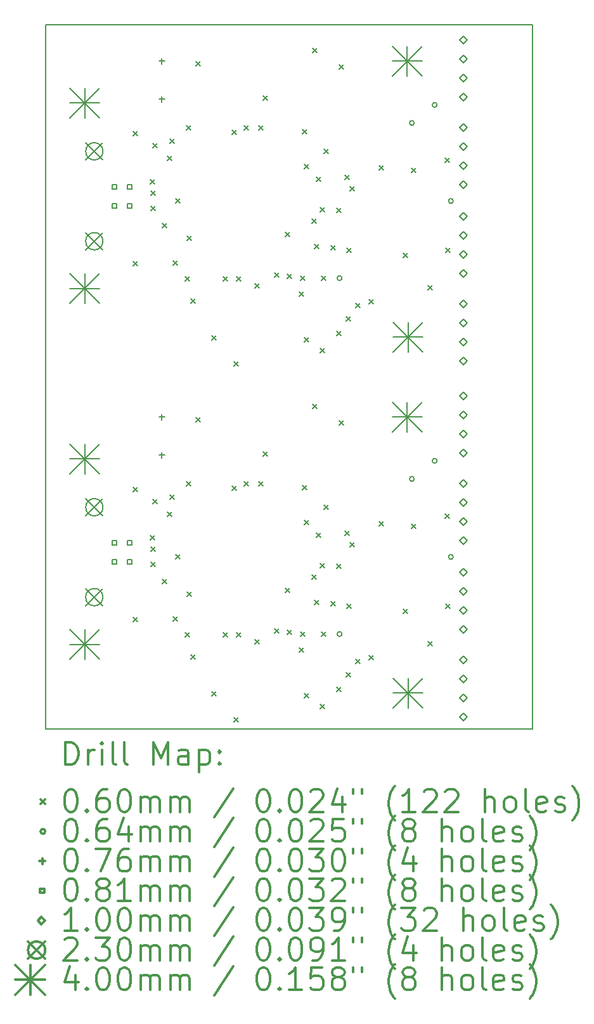
<source format=gbr>
%FSLAX45Y45*%
G04 Gerber Fmt 4.5, Leading zero omitted, Abs format (unit mm)*
G04 Created by KiCad (PCBNEW 4.0.7) date 02/20/18 19:55:55*
%MOMM*%
%LPD*%
G01*
G04 APERTURE LIST*
%ADD10C,0.127000*%
%ADD11C,0.150000*%
%ADD12C,0.200000*%
%ADD13C,0.300000*%
G04 APERTURE END LIST*
D10*
D11*
X12509500Y-6667500D02*
X12509500Y-6769100D01*
X19011900Y-6667500D02*
X19011900Y-6769100D01*
X12509500Y-2019300D02*
X19011900Y-2019300D01*
X19011900Y-2019300D02*
X19011900Y-6667500D01*
X12509500Y-6667500D02*
X12509500Y-6654800D01*
X12509500Y-6654800D02*
X12509500Y-2019300D01*
X12509500Y-11404600D02*
X12509500Y-6769100D01*
X12509500Y-11417300D02*
X12509500Y-11404600D01*
X19011900Y-11417300D02*
X12509500Y-11417300D01*
X19011900Y-6769100D02*
X19011900Y-11417300D01*
D12*
X13000200Y-3030700D02*
X13060200Y-3090700D01*
X13060200Y-3030700D02*
X13000200Y-3090700D01*
X13000200Y-5507200D02*
X13060200Y-5567200D01*
X13060200Y-5507200D02*
X13000200Y-5567200D01*
X13000200Y-7780500D02*
X13060200Y-7840500D01*
X13060200Y-7780500D02*
X13000200Y-7840500D01*
X13000200Y-10257000D02*
X13060200Y-10317000D01*
X13060200Y-10257000D02*
X13000200Y-10317000D01*
X13673300Y-3437100D02*
X13733300Y-3497100D01*
X13733300Y-3437100D02*
X13673300Y-3497100D01*
X13673300Y-5177000D02*
X13733300Y-5237000D01*
X13733300Y-5177000D02*
X13673300Y-5237000D01*
X13673300Y-8186900D02*
X13733300Y-8246900D01*
X13733300Y-8186900D02*
X13673300Y-8246900D01*
X13673300Y-9926800D02*
X13733300Y-9986800D01*
X13733300Y-9926800D02*
X13673300Y-9986800D01*
X13901900Y-4084800D02*
X13961900Y-4144800D01*
X13961900Y-4084800D02*
X13901900Y-4144800D01*
X13901900Y-8834600D02*
X13961900Y-8894600D01*
X13961900Y-8834600D02*
X13901900Y-8894600D01*
X13914600Y-4237200D02*
X13974600Y-4297200D01*
X13974600Y-4237200D02*
X13914600Y-4297200D01*
X13914600Y-4440400D02*
X13974600Y-4500400D01*
X13974600Y-4440400D02*
X13914600Y-4500400D01*
X13914600Y-8987000D02*
X13974600Y-9047000D01*
X13974600Y-8987000D02*
X13914600Y-9047000D01*
X13914600Y-9190200D02*
X13974600Y-9250200D01*
X13974600Y-9190200D02*
X13914600Y-9250200D01*
X13940000Y-3602200D02*
X14000000Y-3662200D01*
X14000000Y-3602200D02*
X13940000Y-3662200D01*
X13940000Y-8352000D02*
X14000000Y-8412000D01*
X14000000Y-8352000D02*
X13940000Y-8412000D01*
X14067000Y-4669000D02*
X14127000Y-4729000D01*
X14127000Y-4669000D02*
X14067000Y-4729000D01*
X14067000Y-9418800D02*
X14127000Y-9478800D01*
X14127000Y-9418800D02*
X14067000Y-9478800D01*
X14130500Y-3767300D02*
X14190500Y-3827300D01*
X14190500Y-3767300D02*
X14130500Y-3827300D01*
X14130500Y-8517100D02*
X14190500Y-8577100D01*
X14190500Y-8517100D02*
X14130500Y-8577100D01*
X14168600Y-3538700D02*
X14228600Y-3598700D01*
X14228600Y-3538700D02*
X14168600Y-3598700D01*
X14168600Y-8288500D02*
X14228600Y-8348500D01*
X14228600Y-8288500D02*
X14168600Y-8348500D01*
X14206700Y-5164300D02*
X14266700Y-5224300D01*
X14266700Y-5164300D02*
X14206700Y-5224300D01*
X14206700Y-9914100D02*
X14266700Y-9974100D01*
X14266700Y-9914100D02*
X14206700Y-9974100D01*
X14244800Y-4338800D02*
X14304800Y-4398800D01*
X14304800Y-4338800D02*
X14244800Y-4398800D01*
X14244800Y-9088600D02*
X14304800Y-9148600D01*
X14304800Y-9088600D02*
X14244800Y-9148600D01*
X14371800Y-5380200D02*
X14431800Y-5440200D01*
X14431800Y-5380200D02*
X14371800Y-5440200D01*
X14371800Y-10130000D02*
X14431800Y-10190000D01*
X14431800Y-10130000D02*
X14371800Y-10190000D01*
X14384500Y-3360900D02*
X14444500Y-3420900D01*
X14444500Y-3360900D02*
X14384500Y-3420900D01*
X14384500Y-8110700D02*
X14444500Y-8170700D01*
X14444500Y-8110700D02*
X14384500Y-8170700D01*
X14397200Y-4834100D02*
X14457200Y-4894100D01*
X14457200Y-4834100D02*
X14397200Y-4894100D01*
X14397200Y-9583900D02*
X14457200Y-9643900D01*
X14457200Y-9583900D02*
X14397200Y-9643900D01*
X14448000Y-5672300D02*
X14508000Y-5732300D01*
X14508000Y-5672300D02*
X14448000Y-5732300D01*
X14448000Y-10422100D02*
X14508000Y-10482100D01*
X14508000Y-10422100D02*
X14448000Y-10482100D01*
X14511500Y-2510000D02*
X14571500Y-2570000D01*
X14571500Y-2510000D02*
X14511500Y-2570000D01*
X14511500Y-7259800D02*
X14571500Y-7319800D01*
X14571500Y-7259800D02*
X14511500Y-7319800D01*
X14727400Y-6167600D02*
X14787400Y-6227600D01*
X14787400Y-6167600D02*
X14727400Y-6227600D01*
X14727400Y-10917400D02*
X14787400Y-10977400D01*
X14787400Y-10917400D02*
X14727400Y-10977400D01*
X14879800Y-5380200D02*
X14939800Y-5440200D01*
X14939800Y-5380200D02*
X14879800Y-5440200D01*
X14879800Y-10130000D02*
X14939800Y-10190000D01*
X14939800Y-10130000D02*
X14879800Y-10190000D01*
X14994100Y-3424400D02*
X15054100Y-3484400D01*
X15054100Y-3424400D02*
X14994100Y-3484400D01*
X14994100Y-8174200D02*
X15054100Y-8234200D01*
X15054100Y-8174200D02*
X14994100Y-8234200D01*
X15019500Y-6510500D02*
X15079500Y-6570500D01*
X15079500Y-6510500D02*
X15019500Y-6570500D01*
X15019500Y-11260300D02*
X15079500Y-11320300D01*
X15079500Y-11260300D02*
X15019500Y-11320300D01*
X15057600Y-5380200D02*
X15117600Y-5440200D01*
X15117600Y-5380200D02*
X15057600Y-5440200D01*
X15057600Y-10130000D02*
X15117600Y-10190000D01*
X15117600Y-10130000D02*
X15057600Y-10190000D01*
X15159200Y-3360900D02*
X15219200Y-3420900D01*
X15219200Y-3360900D02*
X15159200Y-3420900D01*
X15159200Y-8110700D02*
X15219200Y-8170700D01*
X15219200Y-8110700D02*
X15159200Y-8170700D01*
X15298900Y-5469100D02*
X15358900Y-5529100D01*
X15358900Y-5469100D02*
X15298900Y-5529100D01*
X15298900Y-10218900D02*
X15358900Y-10278900D01*
X15358900Y-10218900D02*
X15298900Y-10278900D01*
X15349700Y-3360900D02*
X15409700Y-3420900D01*
X15409700Y-3360900D02*
X15349700Y-3420900D01*
X15349700Y-8110700D02*
X15409700Y-8170700D01*
X15409700Y-8110700D02*
X15349700Y-8170700D01*
X15413200Y-2967200D02*
X15473200Y-3027200D01*
X15473200Y-2967200D02*
X15413200Y-3027200D01*
X15413200Y-7717000D02*
X15473200Y-7777000D01*
X15473200Y-7717000D02*
X15413200Y-7777000D01*
X15565600Y-5329400D02*
X15625600Y-5389400D01*
X15625600Y-5329400D02*
X15565600Y-5389400D01*
X15565600Y-10079200D02*
X15625600Y-10139200D01*
X15625600Y-10079200D02*
X15565600Y-10139200D01*
X15705300Y-4783300D02*
X15765300Y-4843300D01*
X15765300Y-4783300D02*
X15705300Y-4843300D01*
X15705300Y-9533100D02*
X15765300Y-9593100D01*
X15765300Y-9533100D02*
X15705300Y-9593100D01*
X15730700Y-5342100D02*
X15790700Y-5402100D01*
X15790700Y-5342100D02*
X15730700Y-5402100D01*
X15730700Y-10091900D02*
X15790700Y-10151900D01*
X15790700Y-10091900D02*
X15730700Y-10151900D01*
X15895800Y-5583400D02*
X15955800Y-5643400D01*
X15955800Y-5583400D02*
X15895800Y-5643400D01*
X15895800Y-10333200D02*
X15955800Y-10393200D01*
X15955800Y-10333200D02*
X15895800Y-10393200D01*
X15908500Y-5367500D02*
X15968500Y-5427500D01*
X15968500Y-5367500D02*
X15908500Y-5427500D01*
X15908500Y-10117300D02*
X15968500Y-10177300D01*
X15968500Y-10117300D02*
X15908500Y-10177300D01*
X15933900Y-3411700D02*
X15993900Y-3471700D01*
X15993900Y-3411700D02*
X15933900Y-3471700D01*
X15933900Y-8161500D02*
X15993900Y-8221500D01*
X15993900Y-8161500D02*
X15933900Y-8221500D01*
X15959300Y-3881600D02*
X16019300Y-3941600D01*
X16019300Y-3881600D02*
X15959300Y-3941600D01*
X15959300Y-6193000D02*
X16019300Y-6253000D01*
X16019300Y-6193000D02*
X15959300Y-6253000D01*
X15959300Y-8631400D02*
X16019300Y-8691400D01*
X16019300Y-8631400D02*
X15959300Y-8691400D01*
X15959300Y-10942800D02*
X16019300Y-11002800D01*
X16019300Y-10942800D02*
X15959300Y-11002800D01*
X16060900Y-4605500D02*
X16120900Y-4665500D01*
X16120900Y-4605500D02*
X16060900Y-4665500D01*
X16060900Y-9355300D02*
X16120900Y-9415300D01*
X16120900Y-9355300D02*
X16060900Y-9415300D01*
X16073600Y-2332200D02*
X16133600Y-2392200D01*
X16133600Y-2332200D02*
X16073600Y-2392200D01*
X16073600Y-7082000D02*
X16133600Y-7142000D01*
X16133600Y-7082000D02*
X16073600Y-7142000D01*
X16099000Y-4948400D02*
X16159000Y-5008400D01*
X16159000Y-4948400D02*
X16099000Y-5008400D01*
X16099000Y-9698200D02*
X16159000Y-9758200D01*
X16159000Y-9698200D02*
X16099000Y-9758200D01*
X16124400Y-4046700D02*
X16184400Y-4106700D01*
X16184400Y-4046700D02*
X16124400Y-4106700D01*
X16124400Y-8796500D02*
X16184400Y-8856500D01*
X16184400Y-8796500D02*
X16124400Y-8856500D01*
X16175200Y-4453100D02*
X16235200Y-4513100D01*
X16235200Y-4453100D02*
X16175200Y-4513100D01*
X16175200Y-6332700D02*
X16235200Y-6392700D01*
X16235200Y-6332700D02*
X16175200Y-6392700D01*
X16175200Y-9202900D02*
X16235200Y-9262900D01*
X16235200Y-9202900D02*
X16175200Y-9262900D01*
X16175200Y-11082500D02*
X16235200Y-11142500D01*
X16235200Y-11082500D02*
X16175200Y-11142500D01*
X16187900Y-5367500D02*
X16247900Y-5427500D01*
X16247900Y-5367500D02*
X16187900Y-5427500D01*
X16187900Y-10117300D02*
X16247900Y-10177300D01*
X16247900Y-10117300D02*
X16187900Y-10177300D01*
X16226000Y-3678400D02*
X16286000Y-3738400D01*
X16286000Y-3678400D02*
X16226000Y-3738400D01*
X16226000Y-8428200D02*
X16286000Y-8488200D01*
X16286000Y-8428200D02*
X16226000Y-8488200D01*
X16314900Y-4961100D02*
X16374900Y-5021100D01*
X16374900Y-4961100D02*
X16314900Y-5021100D01*
X16314900Y-9710900D02*
X16374900Y-9770900D01*
X16374900Y-9710900D02*
X16314900Y-9770900D01*
X16391100Y-4465800D02*
X16451100Y-4525800D01*
X16451100Y-4465800D02*
X16391100Y-4525800D01*
X16391100Y-6104100D02*
X16451100Y-6164100D01*
X16451100Y-6104100D02*
X16391100Y-6164100D01*
X16391100Y-9215600D02*
X16451100Y-9275600D01*
X16451100Y-9215600D02*
X16391100Y-9275600D01*
X16391100Y-10853900D02*
X16451100Y-10913900D01*
X16451100Y-10853900D02*
X16391100Y-10913900D01*
X16429200Y-2548100D02*
X16489200Y-2608100D01*
X16489200Y-2548100D02*
X16429200Y-2608100D01*
X16429200Y-7297900D02*
X16489200Y-7357900D01*
X16489200Y-7297900D02*
X16429200Y-7357900D01*
X16505400Y-4021300D02*
X16565400Y-4081300D01*
X16565400Y-4021300D02*
X16505400Y-4081300D01*
X16505400Y-8771100D02*
X16565400Y-8831100D01*
X16565400Y-8771100D02*
X16505400Y-8831100D01*
X16518100Y-5913600D02*
X16578100Y-5973600D01*
X16578100Y-5913600D02*
X16518100Y-5973600D01*
X16518100Y-10663400D02*
X16578100Y-10723400D01*
X16578100Y-10663400D02*
X16518100Y-10723400D01*
X16530800Y-4999200D02*
X16590800Y-5059200D01*
X16590800Y-4999200D02*
X16530800Y-5059200D01*
X16530800Y-9749000D02*
X16590800Y-9809000D01*
X16590800Y-9749000D02*
X16530800Y-9809000D01*
X16568900Y-4173700D02*
X16628900Y-4233700D01*
X16628900Y-4173700D02*
X16568900Y-4233700D01*
X16568900Y-8923500D02*
X16628900Y-8983500D01*
X16628900Y-8923500D02*
X16568900Y-8983500D01*
X16645100Y-5735800D02*
X16705100Y-5795800D01*
X16705100Y-5735800D02*
X16645100Y-5795800D01*
X16645100Y-10485600D02*
X16705100Y-10545600D01*
X16705100Y-10485600D02*
X16645100Y-10545600D01*
X16822900Y-5685000D02*
X16882900Y-5745000D01*
X16882900Y-5685000D02*
X16822900Y-5745000D01*
X16822900Y-10434800D02*
X16882900Y-10494800D01*
X16882900Y-10434800D02*
X16822900Y-10494800D01*
X16962600Y-3894300D02*
X17022600Y-3954300D01*
X17022600Y-3894300D02*
X16962600Y-3954300D01*
X16962600Y-8644100D02*
X17022600Y-8704100D01*
X17022600Y-8644100D02*
X16962600Y-8704100D01*
X17280100Y-5062700D02*
X17340100Y-5122700D01*
X17340100Y-5062700D02*
X17280100Y-5122700D01*
X17280100Y-9812500D02*
X17340100Y-9872500D01*
X17340100Y-9812500D02*
X17280100Y-9872500D01*
X17305500Y-2471900D02*
X17365500Y-2531900D01*
X17365500Y-2471900D02*
X17305500Y-2531900D01*
X17305500Y-7221700D02*
X17365500Y-7281700D01*
X17365500Y-7221700D02*
X17305500Y-7281700D01*
X17318200Y-6154900D02*
X17378200Y-6214900D01*
X17378200Y-6154900D02*
X17318200Y-6214900D01*
X17318200Y-10904700D02*
X17378200Y-10964700D01*
X17378200Y-10904700D02*
X17318200Y-10964700D01*
X17394400Y-3932400D02*
X17454400Y-3992400D01*
X17454400Y-3932400D02*
X17394400Y-3992400D01*
X17394400Y-8682200D02*
X17454400Y-8742200D01*
X17454400Y-8682200D02*
X17394400Y-8742200D01*
X17610300Y-5494500D02*
X17670300Y-5554500D01*
X17670300Y-5494500D02*
X17610300Y-5554500D01*
X17610300Y-10244300D02*
X17670300Y-10304300D01*
X17670300Y-10244300D02*
X17610300Y-10304300D01*
X17838900Y-3792700D02*
X17898900Y-3852700D01*
X17898900Y-3792700D02*
X17838900Y-3852700D01*
X17838900Y-8542500D02*
X17898900Y-8602500D01*
X17898900Y-8542500D02*
X17838900Y-8602500D01*
X17851600Y-4999200D02*
X17911600Y-5059200D01*
X17911600Y-4999200D02*
X17851600Y-5059200D01*
X17851600Y-9749000D02*
X17911600Y-9809000D01*
X17911600Y-9749000D02*
X17851600Y-9809000D01*
X16465550Y-5397500D02*
G75*
G03X16465550Y-5397500I-31750J0D01*
G01*
X16465550Y-10147300D02*
G75*
G03X16465550Y-10147300I-31750J0D01*
G01*
X17430750Y-3327400D02*
G75*
G03X17430750Y-3327400I-31750J0D01*
G01*
X17430750Y-8077200D02*
G75*
G03X17430750Y-8077200I-31750J0D01*
G01*
X17735550Y-3086100D02*
G75*
G03X17735550Y-3086100I-31750J0D01*
G01*
X17735550Y-7835900D02*
G75*
G03X17735550Y-7835900I-31750J0D01*
G01*
X17951450Y-4368800D02*
G75*
G03X17951450Y-4368800I-31750J0D01*
G01*
X17951450Y-9118600D02*
G75*
G03X17951450Y-9118600I-31750J0D01*
G01*
X14058900Y-2463800D02*
X14058900Y-2540000D01*
X14020800Y-2501900D02*
X14097000Y-2501900D01*
X14058900Y-2971800D02*
X14058900Y-3048000D01*
X14020800Y-3009900D02*
X14097000Y-3009900D01*
X14058900Y-7213600D02*
X14058900Y-7289800D01*
X14020800Y-7251700D02*
X14097000Y-7251700D01*
X14058900Y-7721600D02*
X14058900Y-7797800D01*
X14020800Y-7759700D02*
X14097000Y-7759700D01*
X13455939Y-4207037D02*
X13455939Y-4149563D01*
X13398465Y-4149563D01*
X13398465Y-4207037D01*
X13455939Y-4207037D01*
X13455939Y-4461037D02*
X13455939Y-4403563D01*
X13398465Y-4403563D01*
X13398465Y-4461037D01*
X13455939Y-4461037D01*
X13455939Y-8956837D02*
X13455939Y-8899363D01*
X13398465Y-8899363D01*
X13398465Y-8956837D01*
X13455939Y-8956837D01*
X13455939Y-9210837D02*
X13455939Y-9153363D01*
X13398465Y-9153363D01*
X13398465Y-9210837D01*
X13455939Y-9210837D01*
X13655837Y-4207037D02*
X13655837Y-4149563D01*
X13598363Y-4149563D01*
X13598363Y-4207037D01*
X13655837Y-4207037D01*
X13655837Y-4461037D02*
X13655837Y-4403563D01*
X13598363Y-4403563D01*
X13598363Y-4461037D01*
X13655837Y-4461037D01*
X13655837Y-8956837D02*
X13655837Y-8899363D01*
X13598363Y-8899363D01*
X13598363Y-8956837D01*
X13655837Y-8956837D01*
X13655837Y-9210837D02*
X13655837Y-9153363D01*
X13598363Y-9153363D01*
X13598363Y-9210837D01*
X13655837Y-9210837D01*
X18084800Y-2272538D02*
X18134838Y-2222500D01*
X18084800Y-2172462D01*
X18034762Y-2222500D01*
X18084800Y-2272538D01*
X18084800Y-2526538D02*
X18134838Y-2476500D01*
X18084800Y-2426462D01*
X18034762Y-2476500D01*
X18084800Y-2526538D01*
X18084800Y-2780538D02*
X18134838Y-2730500D01*
X18084800Y-2680462D01*
X18034762Y-2730500D01*
X18084800Y-2780538D01*
X18084800Y-3034538D02*
X18134838Y-2984500D01*
X18084800Y-2934462D01*
X18034762Y-2984500D01*
X18084800Y-3034538D01*
X18084800Y-3440938D02*
X18134838Y-3390900D01*
X18084800Y-3340862D01*
X18034762Y-3390900D01*
X18084800Y-3440938D01*
X18084800Y-3694938D02*
X18134838Y-3644900D01*
X18084800Y-3594862D01*
X18034762Y-3644900D01*
X18084800Y-3694938D01*
X18084800Y-3948938D02*
X18134838Y-3898900D01*
X18084800Y-3848862D01*
X18034762Y-3898900D01*
X18084800Y-3948938D01*
X18084800Y-4202938D02*
X18134838Y-4152900D01*
X18084800Y-4102862D01*
X18034762Y-4152900D01*
X18084800Y-4202938D01*
X18084800Y-4622038D02*
X18134838Y-4572000D01*
X18084800Y-4521962D01*
X18034762Y-4572000D01*
X18084800Y-4622038D01*
X18084800Y-4876038D02*
X18134838Y-4826000D01*
X18084800Y-4775962D01*
X18034762Y-4826000D01*
X18084800Y-4876038D01*
X18084800Y-5130038D02*
X18134838Y-5080000D01*
X18084800Y-5029962D01*
X18034762Y-5080000D01*
X18084800Y-5130038D01*
X18084800Y-5384038D02*
X18134838Y-5334000D01*
X18084800Y-5283962D01*
X18034762Y-5334000D01*
X18084800Y-5384038D01*
X18084800Y-5790438D02*
X18134838Y-5740400D01*
X18084800Y-5690362D01*
X18034762Y-5740400D01*
X18084800Y-5790438D01*
X18084800Y-6044438D02*
X18134838Y-5994400D01*
X18084800Y-5944362D01*
X18034762Y-5994400D01*
X18084800Y-6044438D01*
X18084800Y-6298438D02*
X18134838Y-6248400D01*
X18084800Y-6198362D01*
X18034762Y-6248400D01*
X18084800Y-6298438D01*
X18084800Y-6552438D02*
X18134838Y-6502400D01*
X18084800Y-6452362D01*
X18034762Y-6502400D01*
X18084800Y-6552438D01*
X18084800Y-7022338D02*
X18134838Y-6972300D01*
X18084800Y-6922262D01*
X18034762Y-6972300D01*
X18084800Y-7022338D01*
X18084800Y-7276338D02*
X18134838Y-7226300D01*
X18084800Y-7176262D01*
X18034762Y-7226300D01*
X18084800Y-7276338D01*
X18084800Y-7530338D02*
X18134838Y-7480300D01*
X18084800Y-7430262D01*
X18034762Y-7480300D01*
X18084800Y-7530338D01*
X18084800Y-7784338D02*
X18134838Y-7734300D01*
X18084800Y-7684262D01*
X18034762Y-7734300D01*
X18084800Y-7784338D01*
X18084800Y-8190738D02*
X18134838Y-8140700D01*
X18084800Y-8090662D01*
X18034762Y-8140700D01*
X18084800Y-8190738D01*
X18084800Y-8444738D02*
X18134838Y-8394700D01*
X18084800Y-8344662D01*
X18034762Y-8394700D01*
X18084800Y-8444738D01*
X18084800Y-8698738D02*
X18134838Y-8648700D01*
X18084800Y-8598662D01*
X18034762Y-8648700D01*
X18084800Y-8698738D01*
X18084800Y-8952738D02*
X18134838Y-8902700D01*
X18084800Y-8852662D01*
X18034762Y-8902700D01*
X18084800Y-8952738D01*
X18084800Y-9371838D02*
X18134838Y-9321800D01*
X18084800Y-9271762D01*
X18034762Y-9321800D01*
X18084800Y-9371838D01*
X18084800Y-9625838D02*
X18134838Y-9575800D01*
X18084800Y-9525762D01*
X18034762Y-9575800D01*
X18084800Y-9625838D01*
X18084800Y-9879838D02*
X18134838Y-9829800D01*
X18084800Y-9779762D01*
X18034762Y-9829800D01*
X18084800Y-9879838D01*
X18084800Y-10133838D02*
X18134838Y-10083800D01*
X18084800Y-10033762D01*
X18034762Y-10083800D01*
X18084800Y-10133838D01*
X18084800Y-10540238D02*
X18134838Y-10490200D01*
X18084800Y-10440162D01*
X18034762Y-10490200D01*
X18084800Y-10540238D01*
X18084800Y-10794238D02*
X18134838Y-10744200D01*
X18084800Y-10694162D01*
X18034762Y-10744200D01*
X18084800Y-10794238D01*
X18084800Y-11048238D02*
X18134838Y-10998200D01*
X18084800Y-10948162D01*
X18034762Y-10998200D01*
X18084800Y-11048238D01*
X18084800Y-11302238D02*
X18134838Y-11252200D01*
X18084800Y-11202162D01*
X18034762Y-11252200D01*
X18084800Y-11302238D01*
X13042138Y-3590290D02*
X13272262Y-3820414D01*
X13272262Y-3590290D02*
X13042138Y-3820414D01*
X13272262Y-3705352D02*
G75*
G03X13272262Y-3705352I-115062J0D01*
G01*
X13042138Y-4790186D02*
X13272262Y-5020310D01*
X13272262Y-4790186D02*
X13042138Y-5020310D01*
X13272262Y-4905248D02*
G75*
G03X13272262Y-4905248I-115062J0D01*
G01*
X13042138Y-8340090D02*
X13272262Y-8570214D01*
X13272262Y-8340090D02*
X13042138Y-8570214D01*
X13272262Y-8455152D02*
G75*
G03X13272262Y-8455152I-115062J0D01*
G01*
X13042138Y-9539986D02*
X13272262Y-9770110D01*
X13272262Y-9539986D02*
X13042138Y-9770110D01*
X13272262Y-9655048D02*
G75*
G03X13272262Y-9655048I-115062J0D01*
G01*
X12830175Y-2860675D02*
X13230225Y-3260725D01*
X13230225Y-2860675D02*
X12830175Y-3260725D01*
X13030200Y-2860675D02*
X13030200Y-3260725D01*
X12830175Y-3060700D02*
X13230225Y-3060700D01*
X12830175Y-5337175D02*
X13230225Y-5737225D01*
X13230225Y-5337175D02*
X12830175Y-5737225D01*
X13030200Y-5337175D02*
X13030200Y-5737225D01*
X12830175Y-5537200D02*
X13230225Y-5537200D01*
X12830175Y-7610475D02*
X13230225Y-8010525D01*
X13230225Y-7610475D02*
X12830175Y-8010525D01*
X13030200Y-7610475D02*
X13030200Y-8010525D01*
X12830175Y-7810500D02*
X13230225Y-7810500D01*
X12830175Y-10086975D02*
X13230225Y-10487025D01*
X13230225Y-10086975D02*
X12830175Y-10487025D01*
X13030200Y-10086975D02*
X13030200Y-10487025D01*
X12830175Y-10287000D02*
X13230225Y-10287000D01*
X17135475Y-2301875D02*
X17535525Y-2701925D01*
X17535525Y-2301875D02*
X17135475Y-2701925D01*
X17335500Y-2301875D02*
X17335500Y-2701925D01*
X17135475Y-2501900D02*
X17535525Y-2501900D01*
X17135475Y-7051675D02*
X17535525Y-7451725D01*
X17535525Y-7051675D02*
X17135475Y-7451725D01*
X17335500Y-7051675D02*
X17335500Y-7451725D01*
X17135475Y-7251700D02*
X17535525Y-7251700D01*
X17148175Y-5984875D02*
X17548225Y-6384925D01*
X17548225Y-5984875D02*
X17148175Y-6384925D01*
X17348200Y-5984875D02*
X17348200Y-6384925D01*
X17148175Y-6184900D02*
X17548225Y-6184900D01*
X17148175Y-10734675D02*
X17548225Y-11134725D01*
X17548225Y-10734675D02*
X17148175Y-11134725D01*
X17348200Y-10734675D02*
X17348200Y-11134725D01*
X17148175Y-10934700D02*
X17548225Y-10934700D01*
D13*
X12773428Y-11890514D02*
X12773428Y-11590514D01*
X12844857Y-11590514D01*
X12887714Y-11604800D01*
X12916286Y-11633371D01*
X12930571Y-11661943D01*
X12944857Y-11719086D01*
X12944857Y-11761943D01*
X12930571Y-11819086D01*
X12916286Y-11847657D01*
X12887714Y-11876229D01*
X12844857Y-11890514D01*
X12773428Y-11890514D01*
X13073428Y-11890514D02*
X13073428Y-11690514D01*
X13073428Y-11747657D02*
X13087714Y-11719086D01*
X13102000Y-11704800D01*
X13130571Y-11690514D01*
X13159143Y-11690514D01*
X13259143Y-11890514D02*
X13259143Y-11690514D01*
X13259143Y-11590514D02*
X13244857Y-11604800D01*
X13259143Y-11619086D01*
X13273428Y-11604800D01*
X13259143Y-11590514D01*
X13259143Y-11619086D01*
X13444857Y-11890514D02*
X13416286Y-11876229D01*
X13402000Y-11847657D01*
X13402000Y-11590514D01*
X13602000Y-11890514D02*
X13573428Y-11876229D01*
X13559143Y-11847657D01*
X13559143Y-11590514D01*
X13944857Y-11890514D02*
X13944857Y-11590514D01*
X14044857Y-11804800D01*
X14144857Y-11590514D01*
X14144857Y-11890514D01*
X14416286Y-11890514D02*
X14416286Y-11733371D01*
X14402000Y-11704800D01*
X14373428Y-11690514D01*
X14316286Y-11690514D01*
X14287714Y-11704800D01*
X14416286Y-11876229D02*
X14387714Y-11890514D01*
X14316286Y-11890514D01*
X14287714Y-11876229D01*
X14273428Y-11847657D01*
X14273428Y-11819086D01*
X14287714Y-11790514D01*
X14316286Y-11776229D01*
X14387714Y-11776229D01*
X14416286Y-11761943D01*
X14559143Y-11690514D02*
X14559143Y-11990514D01*
X14559143Y-11704800D02*
X14587714Y-11690514D01*
X14644857Y-11690514D01*
X14673428Y-11704800D01*
X14687714Y-11719086D01*
X14702000Y-11747657D01*
X14702000Y-11833371D01*
X14687714Y-11861943D01*
X14673428Y-11876229D01*
X14644857Y-11890514D01*
X14587714Y-11890514D01*
X14559143Y-11876229D01*
X14830571Y-11861943D02*
X14844857Y-11876229D01*
X14830571Y-11890514D01*
X14816286Y-11876229D01*
X14830571Y-11861943D01*
X14830571Y-11890514D01*
X14830571Y-11704800D02*
X14844857Y-11719086D01*
X14830571Y-11733371D01*
X14816286Y-11719086D01*
X14830571Y-11704800D01*
X14830571Y-11733371D01*
X12442000Y-12354800D02*
X12502000Y-12414800D01*
X12502000Y-12354800D02*
X12442000Y-12414800D01*
X12830571Y-12220514D02*
X12859143Y-12220514D01*
X12887714Y-12234800D01*
X12902000Y-12249086D01*
X12916286Y-12277657D01*
X12930571Y-12334800D01*
X12930571Y-12406229D01*
X12916286Y-12463371D01*
X12902000Y-12491943D01*
X12887714Y-12506229D01*
X12859143Y-12520514D01*
X12830571Y-12520514D01*
X12802000Y-12506229D01*
X12787714Y-12491943D01*
X12773428Y-12463371D01*
X12759143Y-12406229D01*
X12759143Y-12334800D01*
X12773428Y-12277657D01*
X12787714Y-12249086D01*
X12802000Y-12234800D01*
X12830571Y-12220514D01*
X13059143Y-12491943D02*
X13073428Y-12506229D01*
X13059143Y-12520514D01*
X13044857Y-12506229D01*
X13059143Y-12491943D01*
X13059143Y-12520514D01*
X13330571Y-12220514D02*
X13273428Y-12220514D01*
X13244857Y-12234800D01*
X13230571Y-12249086D01*
X13202000Y-12291943D01*
X13187714Y-12349086D01*
X13187714Y-12463371D01*
X13202000Y-12491943D01*
X13216286Y-12506229D01*
X13244857Y-12520514D01*
X13302000Y-12520514D01*
X13330571Y-12506229D01*
X13344857Y-12491943D01*
X13359143Y-12463371D01*
X13359143Y-12391943D01*
X13344857Y-12363371D01*
X13330571Y-12349086D01*
X13302000Y-12334800D01*
X13244857Y-12334800D01*
X13216286Y-12349086D01*
X13202000Y-12363371D01*
X13187714Y-12391943D01*
X13544857Y-12220514D02*
X13573428Y-12220514D01*
X13602000Y-12234800D01*
X13616286Y-12249086D01*
X13630571Y-12277657D01*
X13644857Y-12334800D01*
X13644857Y-12406229D01*
X13630571Y-12463371D01*
X13616286Y-12491943D01*
X13602000Y-12506229D01*
X13573428Y-12520514D01*
X13544857Y-12520514D01*
X13516286Y-12506229D01*
X13502000Y-12491943D01*
X13487714Y-12463371D01*
X13473428Y-12406229D01*
X13473428Y-12334800D01*
X13487714Y-12277657D01*
X13502000Y-12249086D01*
X13516286Y-12234800D01*
X13544857Y-12220514D01*
X13773428Y-12520514D02*
X13773428Y-12320514D01*
X13773428Y-12349086D02*
X13787714Y-12334800D01*
X13816286Y-12320514D01*
X13859143Y-12320514D01*
X13887714Y-12334800D01*
X13902000Y-12363371D01*
X13902000Y-12520514D01*
X13902000Y-12363371D02*
X13916286Y-12334800D01*
X13944857Y-12320514D01*
X13987714Y-12320514D01*
X14016286Y-12334800D01*
X14030571Y-12363371D01*
X14030571Y-12520514D01*
X14173428Y-12520514D02*
X14173428Y-12320514D01*
X14173428Y-12349086D02*
X14187714Y-12334800D01*
X14216286Y-12320514D01*
X14259143Y-12320514D01*
X14287714Y-12334800D01*
X14302000Y-12363371D01*
X14302000Y-12520514D01*
X14302000Y-12363371D02*
X14316286Y-12334800D01*
X14344857Y-12320514D01*
X14387714Y-12320514D01*
X14416286Y-12334800D01*
X14430571Y-12363371D01*
X14430571Y-12520514D01*
X15016286Y-12206229D02*
X14759143Y-12591943D01*
X15402000Y-12220514D02*
X15430571Y-12220514D01*
X15459143Y-12234800D01*
X15473428Y-12249086D01*
X15487714Y-12277657D01*
X15502000Y-12334800D01*
X15502000Y-12406229D01*
X15487714Y-12463371D01*
X15473428Y-12491943D01*
X15459143Y-12506229D01*
X15430571Y-12520514D01*
X15402000Y-12520514D01*
X15373428Y-12506229D01*
X15359143Y-12491943D01*
X15344857Y-12463371D01*
X15330571Y-12406229D01*
X15330571Y-12334800D01*
X15344857Y-12277657D01*
X15359143Y-12249086D01*
X15373428Y-12234800D01*
X15402000Y-12220514D01*
X15630571Y-12491943D02*
X15644857Y-12506229D01*
X15630571Y-12520514D01*
X15616286Y-12506229D01*
X15630571Y-12491943D01*
X15630571Y-12520514D01*
X15830571Y-12220514D02*
X15859143Y-12220514D01*
X15887714Y-12234800D01*
X15902000Y-12249086D01*
X15916285Y-12277657D01*
X15930571Y-12334800D01*
X15930571Y-12406229D01*
X15916285Y-12463371D01*
X15902000Y-12491943D01*
X15887714Y-12506229D01*
X15859143Y-12520514D01*
X15830571Y-12520514D01*
X15802000Y-12506229D01*
X15787714Y-12491943D01*
X15773428Y-12463371D01*
X15759143Y-12406229D01*
X15759143Y-12334800D01*
X15773428Y-12277657D01*
X15787714Y-12249086D01*
X15802000Y-12234800D01*
X15830571Y-12220514D01*
X16044857Y-12249086D02*
X16059143Y-12234800D01*
X16087714Y-12220514D01*
X16159143Y-12220514D01*
X16187714Y-12234800D01*
X16202000Y-12249086D01*
X16216285Y-12277657D01*
X16216285Y-12306229D01*
X16202000Y-12349086D01*
X16030571Y-12520514D01*
X16216285Y-12520514D01*
X16473428Y-12320514D02*
X16473428Y-12520514D01*
X16402000Y-12206229D02*
X16330571Y-12420514D01*
X16516285Y-12420514D01*
X16616286Y-12220514D02*
X16616286Y-12277657D01*
X16730571Y-12220514D02*
X16730571Y-12277657D01*
X17173428Y-12634800D02*
X17159143Y-12620514D01*
X17130571Y-12577657D01*
X17116286Y-12549086D01*
X17102000Y-12506229D01*
X17087714Y-12434800D01*
X17087714Y-12377657D01*
X17102000Y-12306229D01*
X17116286Y-12263371D01*
X17130571Y-12234800D01*
X17159143Y-12191943D01*
X17173428Y-12177657D01*
X17444857Y-12520514D02*
X17273428Y-12520514D01*
X17359143Y-12520514D02*
X17359143Y-12220514D01*
X17330571Y-12263371D01*
X17302000Y-12291943D01*
X17273428Y-12306229D01*
X17559143Y-12249086D02*
X17573428Y-12234800D01*
X17602000Y-12220514D01*
X17673428Y-12220514D01*
X17702000Y-12234800D01*
X17716286Y-12249086D01*
X17730571Y-12277657D01*
X17730571Y-12306229D01*
X17716286Y-12349086D01*
X17544857Y-12520514D01*
X17730571Y-12520514D01*
X17844857Y-12249086D02*
X17859143Y-12234800D01*
X17887714Y-12220514D01*
X17959143Y-12220514D01*
X17987714Y-12234800D01*
X18002000Y-12249086D01*
X18016286Y-12277657D01*
X18016286Y-12306229D01*
X18002000Y-12349086D01*
X17830571Y-12520514D01*
X18016286Y-12520514D01*
X18373428Y-12520514D02*
X18373428Y-12220514D01*
X18502000Y-12520514D02*
X18502000Y-12363371D01*
X18487714Y-12334800D01*
X18459143Y-12320514D01*
X18416286Y-12320514D01*
X18387714Y-12334800D01*
X18373428Y-12349086D01*
X18687714Y-12520514D02*
X18659143Y-12506229D01*
X18644857Y-12491943D01*
X18630571Y-12463371D01*
X18630571Y-12377657D01*
X18644857Y-12349086D01*
X18659143Y-12334800D01*
X18687714Y-12320514D01*
X18730571Y-12320514D01*
X18759143Y-12334800D01*
X18773428Y-12349086D01*
X18787714Y-12377657D01*
X18787714Y-12463371D01*
X18773428Y-12491943D01*
X18759143Y-12506229D01*
X18730571Y-12520514D01*
X18687714Y-12520514D01*
X18959143Y-12520514D02*
X18930571Y-12506229D01*
X18916286Y-12477657D01*
X18916286Y-12220514D01*
X19187714Y-12506229D02*
X19159143Y-12520514D01*
X19102000Y-12520514D01*
X19073429Y-12506229D01*
X19059143Y-12477657D01*
X19059143Y-12363371D01*
X19073429Y-12334800D01*
X19102000Y-12320514D01*
X19159143Y-12320514D01*
X19187714Y-12334800D01*
X19202000Y-12363371D01*
X19202000Y-12391943D01*
X19059143Y-12420514D01*
X19316286Y-12506229D02*
X19344857Y-12520514D01*
X19402000Y-12520514D01*
X19430571Y-12506229D01*
X19444857Y-12477657D01*
X19444857Y-12463371D01*
X19430571Y-12434800D01*
X19402000Y-12420514D01*
X19359143Y-12420514D01*
X19330571Y-12406229D01*
X19316286Y-12377657D01*
X19316286Y-12363371D01*
X19330571Y-12334800D01*
X19359143Y-12320514D01*
X19402000Y-12320514D01*
X19430571Y-12334800D01*
X19544857Y-12634800D02*
X19559143Y-12620514D01*
X19587714Y-12577657D01*
X19602000Y-12549086D01*
X19616286Y-12506229D01*
X19630571Y-12434800D01*
X19630571Y-12377657D01*
X19616286Y-12306229D01*
X19602000Y-12263371D01*
X19587714Y-12234800D01*
X19559143Y-12191943D01*
X19544857Y-12177657D01*
X12502000Y-12780800D02*
G75*
G03X12502000Y-12780800I-31750J0D01*
G01*
X12830571Y-12616514D02*
X12859143Y-12616514D01*
X12887714Y-12630800D01*
X12902000Y-12645086D01*
X12916286Y-12673657D01*
X12930571Y-12730800D01*
X12930571Y-12802229D01*
X12916286Y-12859371D01*
X12902000Y-12887943D01*
X12887714Y-12902229D01*
X12859143Y-12916514D01*
X12830571Y-12916514D01*
X12802000Y-12902229D01*
X12787714Y-12887943D01*
X12773428Y-12859371D01*
X12759143Y-12802229D01*
X12759143Y-12730800D01*
X12773428Y-12673657D01*
X12787714Y-12645086D01*
X12802000Y-12630800D01*
X12830571Y-12616514D01*
X13059143Y-12887943D02*
X13073428Y-12902229D01*
X13059143Y-12916514D01*
X13044857Y-12902229D01*
X13059143Y-12887943D01*
X13059143Y-12916514D01*
X13330571Y-12616514D02*
X13273428Y-12616514D01*
X13244857Y-12630800D01*
X13230571Y-12645086D01*
X13202000Y-12687943D01*
X13187714Y-12745086D01*
X13187714Y-12859371D01*
X13202000Y-12887943D01*
X13216286Y-12902229D01*
X13244857Y-12916514D01*
X13302000Y-12916514D01*
X13330571Y-12902229D01*
X13344857Y-12887943D01*
X13359143Y-12859371D01*
X13359143Y-12787943D01*
X13344857Y-12759371D01*
X13330571Y-12745086D01*
X13302000Y-12730800D01*
X13244857Y-12730800D01*
X13216286Y-12745086D01*
X13202000Y-12759371D01*
X13187714Y-12787943D01*
X13616286Y-12716514D02*
X13616286Y-12916514D01*
X13544857Y-12602229D02*
X13473428Y-12816514D01*
X13659143Y-12816514D01*
X13773428Y-12916514D02*
X13773428Y-12716514D01*
X13773428Y-12745086D02*
X13787714Y-12730800D01*
X13816286Y-12716514D01*
X13859143Y-12716514D01*
X13887714Y-12730800D01*
X13902000Y-12759371D01*
X13902000Y-12916514D01*
X13902000Y-12759371D02*
X13916286Y-12730800D01*
X13944857Y-12716514D01*
X13987714Y-12716514D01*
X14016286Y-12730800D01*
X14030571Y-12759371D01*
X14030571Y-12916514D01*
X14173428Y-12916514D02*
X14173428Y-12716514D01*
X14173428Y-12745086D02*
X14187714Y-12730800D01*
X14216286Y-12716514D01*
X14259143Y-12716514D01*
X14287714Y-12730800D01*
X14302000Y-12759371D01*
X14302000Y-12916514D01*
X14302000Y-12759371D02*
X14316286Y-12730800D01*
X14344857Y-12716514D01*
X14387714Y-12716514D01*
X14416286Y-12730800D01*
X14430571Y-12759371D01*
X14430571Y-12916514D01*
X15016286Y-12602229D02*
X14759143Y-12987943D01*
X15402000Y-12616514D02*
X15430571Y-12616514D01*
X15459143Y-12630800D01*
X15473428Y-12645086D01*
X15487714Y-12673657D01*
X15502000Y-12730800D01*
X15502000Y-12802229D01*
X15487714Y-12859371D01*
X15473428Y-12887943D01*
X15459143Y-12902229D01*
X15430571Y-12916514D01*
X15402000Y-12916514D01*
X15373428Y-12902229D01*
X15359143Y-12887943D01*
X15344857Y-12859371D01*
X15330571Y-12802229D01*
X15330571Y-12730800D01*
X15344857Y-12673657D01*
X15359143Y-12645086D01*
X15373428Y-12630800D01*
X15402000Y-12616514D01*
X15630571Y-12887943D02*
X15644857Y-12902229D01*
X15630571Y-12916514D01*
X15616286Y-12902229D01*
X15630571Y-12887943D01*
X15630571Y-12916514D01*
X15830571Y-12616514D02*
X15859143Y-12616514D01*
X15887714Y-12630800D01*
X15902000Y-12645086D01*
X15916285Y-12673657D01*
X15930571Y-12730800D01*
X15930571Y-12802229D01*
X15916285Y-12859371D01*
X15902000Y-12887943D01*
X15887714Y-12902229D01*
X15859143Y-12916514D01*
X15830571Y-12916514D01*
X15802000Y-12902229D01*
X15787714Y-12887943D01*
X15773428Y-12859371D01*
X15759143Y-12802229D01*
X15759143Y-12730800D01*
X15773428Y-12673657D01*
X15787714Y-12645086D01*
X15802000Y-12630800D01*
X15830571Y-12616514D01*
X16044857Y-12645086D02*
X16059143Y-12630800D01*
X16087714Y-12616514D01*
X16159143Y-12616514D01*
X16187714Y-12630800D01*
X16202000Y-12645086D01*
X16216285Y-12673657D01*
X16216285Y-12702229D01*
X16202000Y-12745086D01*
X16030571Y-12916514D01*
X16216285Y-12916514D01*
X16487714Y-12616514D02*
X16344857Y-12616514D01*
X16330571Y-12759371D01*
X16344857Y-12745086D01*
X16373428Y-12730800D01*
X16444857Y-12730800D01*
X16473428Y-12745086D01*
X16487714Y-12759371D01*
X16502000Y-12787943D01*
X16502000Y-12859371D01*
X16487714Y-12887943D01*
X16473428Y-12902229D01*
X16444857Y-12916514D01*
X16373428Y-12916514D01*
X16344857Y-12902229D01*
X16330571Y-12887943D01*
X16616286Y-12616514D02*
X16616286Y-12673657D01*
X16730571Y-12616514D02*
X16730571Y-12673657D01*
X17173428Y-13030800D02*
X17159143Y-13016514D01*
X17130571Y-12973657D01*
X17116286Y-12945086D01*
X17102000Y-12902229D01*
X17087714Y-12830800D01*
X17087714Y-12773657D01*
X17102000Y-12702229D01*
X17116286Y-12659371D01*
X17130571Y-12630800D01*
X17159143Y-12587943D01*
X17173428Y-12573657D01*
X17330571Y-12745086D02*
X17302000Y-12730800D01*
X17287714Y-12716514D01*
X17273428Y-12687943D01*
X17273428Y-12673657D01*
X17287714Y-12645086D01*
X17302000Y-12630800D01*
X17330571Y-12616514D01*
X17387714Y-12616514D01*
X17416286Y-12630800D01*
X17430571Y-12645086D01*
X17444857Y-12673657D01*
X17444857Y-12687943D01*
X17430571Y-12716514D01*
X17416286Y-12730800D01*
X17387714Y-12745086D01*
X17330571Y-12745086D01*
X17302000Y-12759371D01*
X17287714Y-12773657D01*
X17273428Y-12802229D01*
X17273428Y-12859371D01*
X17287714Y-12887943D01*
X17302000Y-12902229D01*
X17330571Y-12916514D01*
X17387714Y-12916514D01*
X17416286Y-12902229D01*
X17430571Y-12887943D01*
X17444857Y-12859371D01*
X17444857Y-12802229D01*
X17430571Y-12773657D01*
X17416286Y-12759371D01*
X17387714Y-12745086D01*
X17802000Y-12916514D02*
X17802000Y-12616514D01*
X17930571Y-12916514D02*
X17930571Y-12759371D01*
X17916286Y-12730800D01*
X17887714Y-12716514D01*
X17844857Y-12716514D01*
X17816286Y-12730800D01*
X17802000Y-12745086D01*
X18116286Y-12916514D02*
X18087714Y-12902229D01*
X18073428Y-12887943D01*
X18059143Y-12859371D01*
X18059143Y-12773657D01*
X18073428Y-12745086D01*
X18087714Y-12730800D01*
X18116286Y-12716514D01*
X18159143Y-12716514D01*
X18187714Y-12730800D01*
X18202000Y-12745086D01*
X18216286Y-12773657D01*
X18216286Y-12859371D01*
X18202000Y-12887943D01*
X18187714Y-12902229D01*
X18159143Y-12916514D01*
X18116286Y-12916514D01*
X18387714Y-12916514D02*
X18359143Y-12902229D01*
X18344857Y-12873657D01*
X18344857Y-12616514D01*
X18616286Y-12902229D02*
X18587714Y-12916514D01*
X18530571Y-12916514D01*
X18502000Y-12902229D01*
X18487714Y-12873657D01*
X18487714Y-12759371D01*
X18502000Y-12730800D01*
X18530571Y-12716514D01*
X18587714Y-12716514D01*
X18616286Y-12730800D01*
X18630571Y-12759371D01*
X18630571Y-12787943D01*
X18487714Y-12816514D01*
X18744857Y-12902229D02*
X18773429Y-12916514D01*
X18830571Y-12916514D01*
X18859143Y-12902229D01*
X18873429Y-12873657D01*
X18873429Y-12859371D01*
X18859143Y-12830800D01*
X18830571Y-12816514D01*
X18787714Y-12816514D01*
X18759143Y-12802229D01*
X18744857Y-12773657D01*
X18744857Y-12759371D01*
X18759143Y-12730800D01*
X18787714Y-12716514D01*
X18830571Y-12716514D01*
X18859143Y-12730800D01*
X18973428Y-13030800D02*
X18987714Y-13016514D01*
X19016286Y-12973657D01*
X19030571Y-12945086D01*
X19044857Y-12902229D01*
X19059143Y-12830800D01*
X19059143Y-12773657D01*
X19044857Y-12702229D01*
X19030571Y-12659371D01*
X19016286Y-12630800D01*
X18987714Y-12587943D01*
X18973428Y-12573657D01*
X12463900Y-13138700D02*
X12463900Y-13214900D01*
X12425800Y-13176800D02*
X12502000Y-13176800D01*
X12830571Y-13012514D02*
X12859143Y-13012514D01*
X12887714Y-13026800D01*
X12902000Y-13041086D01*
X12916286Y-13069657D01*
X12930571Y-13126800D01*
X12930571Y-13198229D01*
X12916286Y-13255371D01*
X12902000Y-13283943D01*
X12887714Y-13298229D01*
X12859143Y-13312514D01*
X12830571Y-13312514D01*
X12802000Y-13298229D01*
X12787714Y-13283943D01*
X12773428Y-13255371D01*
X12759143Y-13198229D01*
X12759143Y-13126800D01*
X12773428Y-13069657D01*
X12787714Y-13041086D01*
X12802000Y-13026800D01*
X12830571Y-13012514D01*
X13059143Y-13283943D02*
X13073428Y-13298229D01*
X13059143Y-13312514D01*
X13044857Y-13298229D01*
X13059143Y-13283943D01*
X13059143Y-13312514D01*
X13173428Y-13012514D02*
X13373428Y-13012514D01*
X13244857Y-13312514D01*
X13616286Y-13012514D02*
X13559143Y-13012514D01*
X13530571Y-13026800D01*
X13516286Y-13041086D01*
X13487714Y-13083943D01*
X13473428Y-13141086D01*
X13473428Y-13255371D01*
X13487714Y-13283943D01*
X13502000Y-13298229D01*
X13530571Y-13312514D01*
X13587714Y-13312514D01*
X13616286Y-13298229D01*
X13630571Y-13283943D01*
X13644857Y-13255371D01*
X13644857Y-13183943D01*
X13630571Y-13155371D01*
X13616286Y-13141086D01*
X13587714Y-13126800D01*
X13530571Y-13126800D01*
X13502000Y-13141086D01*
X13487714Y-13155371D01*
X13473428Y-13183943D01*
X13773428Y-13312514D02*
X13773428Y-13112514D01*
X13773428Y-13141086D02*
X13787714Y-13126800D01*
X13816286Y-13112514D01*
X13859143Y-13112514D01*
X13887714Y-13126800D01*
X13902000Y-13155371D01*
X13902000Y-13312514D01*
X13902000Y-13155371D02*
X13916286Y-13126800D01*
X13944857Y-13112514D01*
X13987714Y-13112514D01*
X14016286Y-13126800D01*
X14030571Y-13155371D01*
X14030571Y-13312514D01*
X14173428Y-13312514D02*
X14173428Y-13112514D01*
X14173428Y-13141086D02*
X14187714Y-13126800D01*
X14216286Y-13112514D01*
X14259143Y-13112514D01*
X14287714Y-13126800D01*
X14302000Y-13155371D01*
X14302000Y-13312514D01*
X14302000Y-13155371D02*
X14316286Y-13126800D01*
X14344857Y-13112514D01*
X14387714Y-13112514D01*
X14416286Y-13126800D01*
X14430571Y-13155371D01*
X14430571Y-13312514D01*
X15016286Y-12998229D02*
X14759143Y-13383943D01*
X15402000Y-13012514D02*
X15430571Y-13012514D01*
X15459143Y-13026800D01*
X15473428Y-13041086D01*
X15487714Y-13069657D01*
X15502000Y-13126800D01*
X15502000Y-13198229D01*
X15487714Y-13255371D01*
X15473428Y-13283943D01*
X15459143Y-13298229D01*
X15430571Y-13312514D01*
X15402000Y-13312514D01*
X15373428Y-13298229D01*
X15359143Y-13283943D01*
X15344857Y-13255371D01*
X15330571Y-13198229D01*
X15330571Y-13126800D01*
X15344857Y-13069657D01*
X15359143Y-13041086D01*
X15373428Y-13026800D01*
X15402000Y-13012514D01*
X15630571Y-13283943D02*
X15644857Y-13298229D01*
X15630571Y-13312514D01*
X15616286Y-13298229D01*
X15630571Y-13283943D01*
X15630571Y-13312514D01*
X15830571Y-13012514D02*
X15859143Y-13012514D01*
X15887714Y-13026800D01*
X15902000Y-13041086D01*
X15916285Y-13069657D01*
X15930571Y-13126800D01*
X15930571Y-13198229D01*
X15916285Y-13255371D01*
X15902000Y-13283943D01*
X15887714Y-13298229D01*
X15859143Y-13312514D01*
X15830571Y-13312514D01*
X15802000Y-13298229D01*
X15787714Y-13283943D01*
X15773428Y-13255371D01*
X15759143Y-13198229D01*
X15759143Y-13126800D01*
X15773428Y-13069657D01*
X15787714Y-13041086D01*
X15802000Y-13026800D01*
X15830571Y-13012514D01*
X16030571Y-13012514D02*
X16216285Y-13012514D01*
X16116285Y-13126800D01*
X16159143Y-13126800D01*
X16187714Y-13141086D01*
X16202000Y-13155371D01*
X16216285Y-13183943D01*
X16216285Y-13255371D01*
X16202000Y-13283943D01*
X16187714Y-13298229D01*
X16159143Y-13312514D01*
X16073428Y-13312514D01*
X16044857Y-13298229D01*
X16030571Y-13283943D01*
X16402000Y-13012514D02*
X16430571Y-13012514D01*
X16459143Y-13026800D01*
X16473428Y-13041086D01*
X16487714Y-13069657D01*
X16502000Y-13126800D01*
X16502000Y-13198229D01*
X16487714Y-13255371D01*
X16473428Y-13283943D01*
X16459143Y-13298229D01*
X16430571Y-13312514D01*
X16402000Y-13312514D01*
X16373428Y-13298229D01*
X16359143Y-13283943D01*
X16344857Y-13255371D01*
X16330571Y-13198229D01*
X16330571Y-13126800D01*
X16344857Y-13069657D01*
X16359143Y-13041086D01*
X16373428Y-13026800D01*
X16402000Y-13012514D01*
X16616286Y-13012514D02*
X16616286Y-13069657D01*
X16730571Y-13012514D02*
X16730571Y-13069657D01*
X17173428Y-13426800D02*
X17159143Y-13412514D01*
X17130571Y-13369657D01*
X17116286Y-13341086D01*
X17102000Y-13298229D01*
X17087714Y-13226800D01*
X17087714Y-13169657D01*
X17102000Y-13098229D01*
X17116286Y-13055371D01*
X17130571Y-13026800D01*
X17159143Y-12983943D01*
X17173428Y-12969657D01*
X17416286Y-13112514D02*
X17416286Y-13312514D01*
X17344857Y-12998229D02*
X17273428Y-13212514D01*
X17459143Y-13212514D01*
X17802000Y-13312514D02*
X17802000Y-13012514D01*
X17930571Y-13312514D02*
X17930571Y-13155371D01*
X17916286Y-13126800D01*
X17887714Y-13112514D01*
X17844857Y-13112514D01*
X17816286Y-13126800D01*
X17802000Y-13141086D01*
X18116286Y-13312514D02*
X18087714Y-13298229D01*
X18073428Y-13283943D01*
X18059143Y-13255371D01*
X18059143Y-13169657D01*
X18073428Y-13141086D01*
X18087714Y-13126800D01*
X18116286Y-13112514D01*
X18159143Y-13112514D01*
X18187714Y-13126800D01*
X18202000Y-13141086D01*
X18216286Y-13169657D01*
X18216286Y-13255371D01*
X18202000Y-13283943D01*
X18187714Y-13298229D01*
X18159143Y-13312514D01*
X18116286Y-13312514D01*
X18387714Y-13312514D02*
X18359143Y-13298229D01*
X18344857Y-13269657D01*
X18344857Y-13012514D01*
X18616286Y-13298229D02*
X18587714Y-13312514D01*
X18530571Y-13312514D01*
X18502000Y-13298229D01*
X18487714Y-13269657D01*
X18487714Y-13155371D01*
X18502000Y-13126800D01*
X18530571Y-13112514D01*
X18587714Y-13112514D01*
X18616286Y-13126800D01*
X18630571Y-13155371D01*
X18630571Y-13183943D01*
X18487714Y-13212514D01*
X18744857Y-13298229D02*
X18773429Y-13312514D01*
X18830571Y-13312514D01*
X18859143Y-13298229D01*
X18873429Y-13269657D01*
X18873429Y-13255371D01*
X18859143Y-13226800D01*
X18830571Y-13212514D01*
X18787714Y-13212514D01*
X18759143Y-13198229D01*
X18744857Y-13169657D01*
X18744857Y-13155371D01*
X18759143Y-13126800D01*
X18787714Y-13112514D01*
X18830571Y-13112514D01*
X18859143Y-13126800D01*
X18973428Y-13426800D02*
X18987714Y-13412514D01*
X19016286Y-13369657D01*
X19030571Y-13341086D01*
X19044857Y-13298229D01*
X19059143Y-13226800D01*
X19059143Y-13169657D01*
X19044857Y-13098229D01*
X19030571Y-13055371D01*
X19016286Y-13026800D01*
X18987714Y-12983943D01*
X18973428Y-12969657D01*
X12490097Y-13601537D02*
X12490097Y-13544063D01*
X12432623Y-13544063D01*
X12432623Y-13601537D01*
X12490097Y-13601537D01*
X12830571Y-13408514D02*
X12859143Y-13408514D01*
X12887714Y-13422800D01*
X12902000Y-13437086D01*
X12916286Y-13465657D01*
X12930571Y-13522800D01*
X12930571Y-13594229D01*
X12916286Y-13651371D01*
X12902000Y-13679943D01*
X12887714Y-13694229D01*
X12859143Y-13708514D01*
X12830571Y-13708514D01*
X12802000Y-13694229D01*
X12787714Y-13679943D01*
X12773428Y-13651371D01*
X12759143Y-13594229D01*
X12759143Y-13522800D01*
X12773428Y-13465657D01*
X12787714Y-13437086D01*
X12802000Y-13422800D01*
X12830571Y-13408514D01*
X13059143Y-13679943D02*
X13073428Y-13694229D01*
X13059143Y-13708514D01*
X13044857Y-13694229D01*
X13059143Y-13679943D01*
X13059143Y-13708514D01*
X13244857Y-13537086D02*
X13216286Y-13522800D01*
X13202000Y-13508514D01*
X13187714Y-13479943D01*
X13187714Y-13465657D01*
X13202000Y-13437086D01*
X13216286Y-13422800D01*
X13244857Y-13408514D01*
X13302000Y-13408514D01*
X13330571Y-13422800D01*
X13344857Y-13437086D01*
X13359143Y-13465657D01*
X13359143Y-13479943D01*
X13344857Y-13508514D01*
X13330571Y-13522800D01*
X13302000Y-13537086D01*
X13244857Y-13537086D01*
X13216286Y-13551371D01*
X13202000Y-13565657D01*
X13187714Y-13594229D01*
X13187714Y-13651371D01*
X13202000Y-13679943D01*
X13216286Y-13694229D01*
X13244857Y-13708514D01*
X13302000Y-13708514D01*
X13330571Y-13694229D01*
X13344857Y-13679943D01*
X13359143Y-13651371D01*
X13359143Y-13594229D01*
X13344857Y-13565657D01*
X13330571Y-13551371D01*
X13302000Y-13537086D01*
X13644857Y-13708514D02*
X13473428Y-13708514D01*
X13559143Y-13708514D02*
X13559143Y-13408514D01*
X13530571Y-13451371D01*
X13502000Y-13479943D01*
X13473428Y-13494229D01*
X13773428Y-13708514D02*
X13773428Y-13508514D01*
X13773428Y-13537086D02*
X13787714Y-13522800D01*
X13816286Y-13508514D01*
X13859143Y-13508514D01*
X13887714Y-13522800D01*
X13902000Y-13551371D01*
X13902000Y-13708514D01*
X13902000Y-13551371D02*
X13916286Y-13522800D01*
X13944857Y-13508514D01*
X13987714Y-13508514D01*
X14016286Y-13522800D01*
X14030571Y-13551371D01*
X14030571Y-13708514D01*
X14173428Y-13708514D02*
X14173428Y-13508514D01*
X14173428Y-13537086D02*
X14187714Y-13522800D01*
X14216286Y-13508514D01*
X14259143Y-13508514D01*
X14287714Y-13522800D01*
X14302000Y-13551371D01*
X14302000Y-13708514D01*
X14302000Y-13551371D02*
X14316286Y-13522800D01*
X14344857Y-13508514D01*
X14387714Y-13508514D01*
X14416286Y-13522800D01*
X14430571Y-13551371D01*
X14430571Y-13708514D01*
X15016286Y-13394229D02*
X14759143Y-13779943D01*
X15402000Y-13408514D02*
X15430571Y-13408514D01*
X15459143Y-13422800D01*
X15473428Y-13437086D01*
X15487714Y-13465657D01*
X15502000Y-13522800D01*
X15502000Y-13594229D01*
X15487714Y-13651371D01*
X15473428Y-13679943D01*
X15459143Y-13694229D01*
X15430571Y-13708514D01*
X15402000Y-13708514D01*
X15373428Y-13694229D01*
X15359143Y-13679943D01*
X15344857Y-13651371D01*
X15330571Y-13594229D01*
X15330571Y-13522800D01*
X15344857Y-13465657D01*
X15359143Y-13437086D01*
X15373428Y-13422800D01*
X15402000Y-13408514D01*
X15630571Y-13679943D02*
X15644857Y-13694229D01*
X15630571Y-13708514D01*
X15616286Y-13694229D01*
X15630571Y-13679943D01*
X15630571Y-13708514D01*
X15830571Y-13408514D02*
X15859143Y-13408514D01*
X15887714Y-13422800D01*
X15902000Y-13437086D01*
X15916285Y-13465657D01*
X15930571Y-13522800D01*
X15930571Y-13594229D01*
X15916285Y-13651371D01*
X15902000Y-13679943D01*
X15887714Y-13694229D01*
X15859143Y-13708514D01*
X15830571Y-13708514D01*
X15802000Y-13694229D01*
X15787714Y-13679943D01*
X15773428Y-13651371D01*
X15759143Y-13594229D01*
X15759143Y-13522800D01*
X15773428Y-13465657D01*
X15787714Y-13437086D01*
X15802000Y-13422800D01*
X15830571Y-13408514D01*
X16030571Y-13408514D02*
X16216285Y-13408514D01*
X16116285Y-13522800D01*
X16159143Y-13522800D01*
X16187714Y-13537086D01*
X16202000Y-13551371D01*
X16216285Y-13579943D01*
X16216285Y-13651371D01*
X16202000Y-13679943D01*
X16187714Y-13694229D01*
X16159143Y-13708514D01*
X16073428Y-13708514D01*
X16044857Y-13694229D01*
X16030571Y-13679943D01*
X16330571Y-13437086D02*
X16344857Y-13422800D01*
X16373428Y-13408514D01*
X16444857Y-13408514D01*
X16473428Y-13422800D01*
X16487714Y-13437086D01*
X16502000Y-13465657D01*
X16502000Y-13494229D01*
X16487714Y-13537086D01*
X16316285Y-13708514D01*
X16502000Y-13708514D01*
X16616286Y-13408514D02*
X16616286Y-13465657D01*
X16730571Y-13408514D02*
X16730571Y-13465657D01*
X17173428Y-13822800D02*
X17159143Y-13808514D01*
X17130571Y-13765657D01*
X17116286Y-13737086D01*
X17102000Y-13694229D01*
X17087714Y-13622800D01*
X17087714Y-13565657D01*
X17102000Y-13494229D01*
X17116286Y-13451371D01*
X17130571Y-13422800D01*
X17159143Y-13379943D01*
X17173428Y-13365657D01*
X17330571Y-13537086D02*
X17302000Y-13522800D01*
X17287714Y-13508514D01*
X17273428Y-13479943D01*
X17273428Y-13465657D01*
X17287714Y-13437086D01*
X17302000Y-13422800D01*
X17330571Y-13408514D01*
X17387714Y-13408514D01*
X17416286Y-13422800D01*
X17430571Y-13437086D01*
X17444857Y-13465657D01*
X17444857Y-13479943D01*
X17430571Y-13508514D01*
X17416286Y-13522800D01*
X17387714Y-13537086D01*
X17330571Y-13537086D01*
X17302000Y-13551371D01*
X17287714Y-13565657D01*
X17273428Y-13594229D01*
X17273428Y-13651371D01*
X17287714Y-13679943D01*
X17302000Y-13694229D01*
X17330571Y-13708514D01*
X17387714Y-13708514D01*
X17416286Y-13694229D01*
X17430571Y-13679943D01*
X17444857Y-13651371D01*
X17444857Y-13594229D01*
X17430571Y-13565657D01*
X17416286Y-13551371D01*
X17387714Y-13537086D01*
X17802000Y-13708514D02*
X17802000Y-13408514D01*
X17930571Y-13708514D02*
X17930571Y-13551371D01*
X17916286Y-13522800D01*
X17887714Y-13508514D01*
X17844857Y-13508514D01*
X17816286Y-13522800D01*
X17802000Y-13537086D01*
X18116286Y-13708514D02*
X18087714Y-13694229D01*
X18073428Y-13679943D01*
X18059143Y-13651371D01*
X18059143Y-13565657D01*
X18073428Y-13537086D01*
X18087714Y-13522800D01*
X18116286Y-13508514D01*
X18159143Y-13508514D01*
X18187714Y-13522800D01*
X18202000Y-13537086D01*
X18216286Y-13565657D01*
X18216286Y-13651371D01*
X18202000Y-13679943D01*
X18187714Y-13694229D01*
X18159143Y-13708514D01*
X18116286Y-13708514D01*
X18387714Y-13708514D02*
X18359143Y-13694229D01*
X18344857Y-13665657D01*
X18344857Y-13408514D01*
X18616286Y-13694229D02*
X18587714Y-13708514D01*
X18530571Y-13708514D01*
X18502000Y-13694229D01*
X18487714Y-13665657D01*
X18487714Y-13551371D01*
X18502000Y-13522800D01*
X18530571Y-13508514D01*
X18587714Y-13508514D01*
X18616286Y-13522800D01*
X18630571Y-13551371D01*
X18630571Y-13579943D01*
X18487714Y-13608514D01*
X18744857Y-13694229D02*
X18773429Y-13708514D01*
X18830571Y-13708514D01*
X18859143Y-13694229D01*
X18873429Y-13665657D01*
X18873429Y-13651371D01*
X18859143Y-13622800D01*
X18830571Y-13608514D01*
X18787714Y-13608514D01*
X18759143Y-13594229D01*
X18744857Y-13565657D01*
X18744857Y-13551371D01*
X18759143Y-13522800D01*
X18787714Y-13508514D01*
X18830571Y-13508514D01*
X18859143Y-13522800D01*
X18973428Y-13822800D02*
X18987714Y-13808514D01*
X19016286Y-13765657D01*
X19030571Y-13737086D01*
X19044857Y-13694229D01*
X19059143Y-13622800D01*
X19059143Y-13565657D01*
X19044857Y-13494229D01*
X19030571Y-13451371D01*
X19016286Y-13422800D01*
X18987714Y-13379943D01*
X18973428Y-13365657D01*
X12451962Y-14018838D02*
X12502000Y-13968800D01*
X12451962Y-13918762D01*
X12401924Y-13968800D01*
X12451962Y-14018838D01*
X12930571Y-14104514D02*
X12759143Y-14104514D01*
X12844857Y-14104514D02*
X12844857Y-13804514D01*
X12816286Y-13847371D01*
X12787714Y-13875943D01*
X12759143Y-13890229D01*
X13059143Y-14075943D02*
X13073428Y-14090229D01*
X13059143Y-14104514D01*
X13044857Y-14090229D01*
X13059143Y-14075943D01*
X13059143Y-14104514D01*
X13259143Y-13804514D02*
X13287714Y-13804514D01*
X13316286Y-13818800D01*
X13330571Y-13833086D01*
X13344857Y-13861657D01*
X13359143Y-13918800D01*
X13359143Y-13990229D01*
X13344857Y-14047371D01*
X13330571Y-14075943D01*
X13316286Y-14090229D01*
X13287714Y-14104514D01*
X13259143Y-14104514D01*
X13230571Y-14090229D01*
X13216286Y-14075943D01*
X13202000Y-14047371D01*
X13187714Y-13990229D01*
X13187714Y-13918800D01*
X13202000Y-13861657D01*
X13216286Y-13833086D01*
X13230571Y-13818800D01*
X13259143Y-13804514D01*
X13544857Y-13804514D02*
X13573428Y-13804514D01*
X13602000Y-13818800D01*
X13616286Y-13833086D01*
X13630571Y-13861657D01*
X13644857Y-13918800D01*
X13644857Y-13990229D01*
X13630571Y-14047371D01*
X13616286Y-14075943D01*
X13602000Y-14090229D01*
X13573428Y-14104514D01*
X13544857Y-14104514D01*
X13516286Y-14090229D01*
X13502000Y-14075943D01*
X13487714Y-14047371D01*
X13473428Y-13990229D01*
X13473428Y-13918800D01*
X13487714Y-13861657D01*
X13502000Y-13833086D01*
X13516286Y-13818800D01*
X13544857Y-13804514D01*
X13773428Y-14104514D02*
X13773428Y-13904514D01*
X13773428Y-13933086D02*
X13787714Y-13918800D01*
X13816286Y-13904514D01*
X13859143Y-13904514D01*
X13887714Y-13918800D01*
X13902000Y-13947371D01*
X13902000Y-14104514D01*
X13902000Y-13947371D02*
X13916286Y-13918800D01*
X13944857Y-13904514D01*
X13987714Y-13904514D01*
X14016286Y-13918800D01*
X14030571Y-13947371D01*
X14030571Y-14104514D01*
X14173428Y-14104514D02*
X14173428Y-13904514D01*
X14173428Y-13933086D02*
X14187714Y-13918800D01*
X14216286Y-13904514D01*
X14259143Y-13904514D01*
X14287714Y-13918800D01*
X14302000Y-13947371D01*
X14302000Y-14104514D01*
X14302000Y-13947371D02*
X14316286Y-13918800D01*
X14344857Y-13904514D01*
X14387714Y-13904514D01*
X14416286Y-13918800D01*
X14430571Y-13947371D01*
X14430571Y-14104514D01*
X15016286Y-13790229D02*
X14759143Y-14175943D01*
X15402000Y-13804514D02*
X15430571Y-13804514D01*
X15459143Y-13818800D01*
X15473428Y-13833086D01*
X15487714Y-13861657D01*
X15502000Y-13918800D01*
X15502000Y-13990229D01*
X15487714Y-14047371D01*
X15473428Y-14075943D01*
X15459143Y-14090229D01*
X15430571Y-14104514D01*
X15402000Y-14104514D01*
X15373428Y-14090229D01*
X15359143Y-14075943D01*
X15344857Y-14047371D01*
X15330571Y-13990229D01*
X15330571Y-13918800D01*
X15344857Y-13861657D01*
X15359143Y-13833086D01*
X15373428Y-13818800D01*
X15402000Y-13804514D01*
X15630571Y-14075943D02*
X15644857Y-14090229D01*
X15630571Y-14104514D01*
X15616286Y-14090229D01*
X15630571Y-14075943D01*
X15630571Y-14104514D01*
X15830571Y-13804514D02*
X15859143Y-13804514D01*
X15887714Y-13818800D01*
X15902000Y-13833086D01*
X15916285Y-13861657D01*
X15930571Y-13918800D01*
X15930571Y-13990229D01*
X15916285Y-14047371D01*
X15902000Y-14075943D01*
X15887714Y-14090229D01*
X15859143Y-14104514D01*
X15830571Y-14104514D01*
X15802000Y-14090229D01*
X15787714Y-14075943D01*
X15773428Y-14047371D01*
X15759143Y-13990229D01*
X15759143Y-13918800D01*
X15773428Y-13861657D01*
X15787714Y-13833086D01*
X15802000Y-13818800D01*
X15830571Y-13804514D01*
X16030571Y-13804514D02*
X16216285Y-13804514D01*
X16116285Y-13918800D01*
X16159143Y-13918800D01*
X16187714Y-13933086D01*
X16202000Y-13947371D01*
X16216285Y-13975943D01*
X16216285Y-14047371D01*
X16202000Y-14075943D01*
X16187714Y-14090229D01*
X16159143Y-14104514D01*
X16073428Y-14104514D01*
X16044857Y-14090229D01*
X16030571Y-14075943D01*
X16359143Y-14104514D02*
X16416285Y-14104514D01*
X16444857Y-14090229D01*
X16459143Y-14075943D01*
X16487714Y-14033086D01*
X16502000Y-13975943D01*
X16502000Y-13861657D01*
X16487714Y-13833086D01*
X16473428Y-13818800D01*
X16444857Y-13804514D01*
X16387714Y-13804514D01*
X16359143Y-13818800D01*
X16344857Y-13833086D01*
X16330571Y-13861657D01*
X16330571Y-13933086D01*
X16344857Y-13961657D01*
X16359143Y-13975943D01*
X16387714Y-13990229D01*
X16444857Y-13990229D01*
X16473428Y-13975943D01*
X16487714Y-13961657D01*
X16502000Y-13933086D01*
X16616286Y-13804514D02*
X16616286Y-13861657D01*
X16730571Y-13804514D02*
X16730571Y-13861657D01*
X17173428Y-14218800D02*
X17159143Y-14204514D01*
X17130571Y-14161657D01*
X17116286Y-14133086D01*
X17102000Y-14090229D01*
X17087714Y-14018800D01*
X17087714Y-13961657D01*
X17102000Y-13890229D01*
X17116286Y-13847371D01*
X17130571Y-13818800D01*
X17159143Y-13775943D01*
X17173428Y-13761657D01*
X17259143Y-13804514D02*
X17444857Y-13804514D01*
X17344857Y-13918800D01*
X17387714Y-13918800D01*
X17416286Y-13933086D01*
X17430571Y-13947371D01*
X17444857Y-13975943D01*
X17444857Y-14047371D01*
X17430571Y-14075943D01*
X17416286Y-14090229D01*
X17387714Y-14104514D01*
X17302000Y-14104514D01*
X17273428Y-14090229D01*
X17259143Y-14075943D01*
X17559143Y-13833086D02*
X17573428Y-13818800D01*
X17602000Y-13804514D01*
X17673428Y-13804514D01*
X17702000Y-13818800D01*
X17716286Y-13833086D01*
X17730571Y-13861657D01*
X17730571Y-13890229D01*
X17716286Y-13933086D01*
X17544857Y-14104514D01*
X17730571Y-14104514D01*
X18087714Y-14104514D02*
X18087714Y-13804514D01*
X18216286Y-14104514D02*
X18216286Y-13947371D01*
X18202000Y-13918800D01*
X18173428Y-13904514D01*
X18130571Y-13904514D01*
X18102000Y-13918800D01*
X18087714Y-13933086D01*
X18402000Y-14104514D02*
X18373428Y-14090229D01*
X18359143Y-14075943D01*
X18344857Y-14047371D01*
X18344857Y-13961657D01*
X18359143Y-13933086D01*
X18373428Y-13918800D01*
X18402000Y-13904514D01*
X18444857Y-13904514D01*
X18473428Y-13918800D01*
X18487714Y-13933086D01*
X18502000Y-13961657D01*
X18502000Y-14047371D01*
X18487714Y-14075943D01*
X18473428Y-14090229D01*
X18444857Y-14104514D01*
X18402000Y-14104514D01*
X18673428Y-14104514D02*
X18644857Y-14090229D01*
X18630571Y-14061657D01*
X18630571Y-13804514D01*
X18902000Y-14090229D02*
X18873429Y-14104514D01*
X18816286Y-14104514D01*
X18787714Y-14090229D01*
X18773429Y-14061657D01*
X18773429Y-13947371D01*
X18787714Y-13918800D01*
X18816286Y-13904514D01*
X18873429Y-13904514D01*
X18902000Y-13918800D01*
X18916286Y-13947371D01*
X18916286Y-13975943D01*
X18773429Y-14004514D01*
X19030571Y-14090229D02*
X19059143Y-14104514D01*
X19116286Y-14104514D01*
X19144857Y-14090229D01*
X19159143Y-14061657D01*
X19159143Y-14047371D01*
X19144857Y-14018800D01*
X19116286Y-14004514D01*
X19073429Y-14004514D01*
X19044857Y-13990229D01*
X19030571Y-13961657D01*
X19030571Y-13947371D01*
X19044857Y-13918800D01*
X19073429Y-13904514D01*
X19116286Y-13904514D01*
X19144857Y-13918800D01*
X19259143Y-14218800D02*
X19273429Y-14204514D01*
X19302000Y-14161657D01*
X19316286Y-14133086D01*
X19330571Y-14090229D01*
X19344857Y-14018800D01*
X19344857Y-13961657D01*
X19330571Y-13890229D01*
X19316286Y-13847371D01*
X19302000Y-13818800D01*
X19273429Y-13775943D01*
X19259143Y-13761657D01*
X12271876Y-14249738D02*
X12502000Y-14479862D01*
X12502000Y-14249738D02*
X12271876Y-14479862D01*
X12502000Y-14364800D02*
G75*
G03X12502000Y-14364800I-115062J0D01*
G01*
X12759143Y-14229086D02*
X12773428Y-14214800D01*
X12802000Y-14200514D01*
X12873428Y-14200514D01*
X12902000Y-14214800D01*
X12916286Y-14229086D01*
X12930571Y-14257657D01*
X12930571Y-14286229D01*
X12916286Y-14329086D01*
X12744857Y-14500514D01*
X12930571Y-14500514D01*
X13059143Y-14471943D02*
X13073428Y-14486229D01*
X13059143Y-14500514D01*
X13044857Y-14486229D01*
X13059143Y-14471943D01*
X13059143Y-14500514D01*
X13173428Y-14200514D02*
X13359143Y-14200514D01*
X13259143Y-14314800D01*
X13302000Y-14314800D01*
X13330571Y-14329086D01*
X13344857Y-14343371D01*
X13359143Y-14371943D01*
X13359143Y-14443371D01*
X13344857Y-14471943D01*
X13330571Y-14486229D01*
X13302000Y-14500514D01*
X13216286Y-14500514D01*
X13187714Y-14486229D01*
X13173428Y-14471943D01*
X13544857Y-14200514D02*
X13573428Y-14200514D01*
X13602000Y-14214800D01*
X13616286Y-14229086D01*
X13630571Y-14257657D01*
X13644857Y-14314800D01*
X13644857Y-14386229D01*
X13630571Y-14443371D01*
X13616286Y-14471943D01*
X13602000Y-14486229D01*
X13573428Y-14500514D01*
X13544857Y-14500514D01*
X13516286Y-14486229D01*
X13502000Y-14471943D01*
X13487714Y-14443371D01*
X13473428Y-14386229D01*
X13473428Y-14314800D01*
X13487714Y-14257657D01*
X13502000Y-14229086D01*
X13516286Y-14214800D01*
X13544857Y-14200514D01*
X13773428Y-14500514D02*
X13773428Y-14300514D01*
X13773428Y-14329086D02*
X13787714Y-14314800D01*
X13816286Y-14300514D01*
X13859143Y-14300514D01*
X13887714Y-14314800D01*
X13902000Y-14343371D01*
X13902000Y-14500514D01*
X13902000Y-14343371D02*
X13916286Y-14314800D01*
X13944857Y-14300514D01*
X13987714Y-14300514D01*
X14016286Y-14314800D01*
X14030571Y-14343371D01*
X14030571Y-14500514D01*
X14173428Y-14500514D02*
X14173428Y-14300514D01*
X14173428Y-14329086D02*
X14187714Y-14314800D01*
X14216286Y-14300514D01*
X14259143Y-14300514D01*
X14287714Y-14314800D01*
X14302000Y-14343371D01*
X14302000Y-14500514D01*
X14302000Y-14343371D02*
X14316286Y-14314800D01*
X14344857Y-14300514D01*
X14387714Y-14300514D01*
X14416286Y-14314800D01*
X14430571Y-14343371D01*
X14430571Y-14500514D01*
X15016286Y-14186229D02*
X14759143Y-14571943D01*
X15402000Y-14200514D02*
X15430571Y-14200514D01*
X15459143Y-14214800D01*
X15473428Y-14229086D01*
X15487714Y-14257657D01*
X15502000Y-14314800D01*
X15502000Y-14386229D01*
X15487714Y-14443371D01*
X15473428Y-14471943D01*
X15459143Y-14486229D01*
X15430571Y-14500514D01*
X15402000Y-14500514D01*
X15373428Y-14486229D01*
X15359143Y-14471943D01*
X15344857Y-14443371D01*
X15330571Y-14386229D01*
X15330571Y-14314800D01*
X15344857Y-14257657D01*
X15359143Y-14229086D01*
X15373428Y-14214800D01*
X15402000Y-14200514D01*
X15630571Y-14471943D02*
X15644857Y-14486229D01*
X15630571Y-14500514D01*
X15616286Y-14486229D01*
X15630571Y-14471943D01*
X15630571Y-14500514D01*
X15830571Y-14200514D02*
X15859143Y-14200514D01*
X15887714Y-14214800D01*
X15902000Y-14229086D01*
X15916285Y-14257657D01*
X15930571Y-14314800D01*
X15930571Y-14386229D01*
X15916285Y-14443371D01*
X15902000Y-14471943D01*
X15887714Y-14486229D01*
X15859143Y-14500514D01*
X15830571Y-14500514D01*
X15802000Y-14486229D01*
X15787714Y-14471943D01*
X15773428Y-14443371D01*
X15759143Y-14386229D01*
X15759143Y-14314800D01*
X15773428Y-14257657D01*
X15787714Y-14229086D01*
X15802000Y-14214800D01*
X15830571Y-14200514D01*
X16073428Y-14500514D02*
X16130571Y-14500514D01*
X16159143Y-14486229D01*
X16173428Y-14471943D01*
X16202000Y-14429086D01*
X16216285Y-14371943D01*
X16216285Y-14257657D01*
X16202000Y-14229086D01*
X16187714Y-14214800D01*
X16159143Y-14200514D01*
X16102000Y-14200514D01*
X16073428Y-14214800D01*
X16059143Y-14229086D01*
X16044857Y-14257657D01*
X16044857Y-14329086D01*
X16059143Y-14357657D01*
X16073428Y-14371943D01*
X16102000Y-14386229D01*
X16159143Y-14386229D01*
X16187714Y-14371943D01*
X16202000Y-14357657D01*
X16216285Y-14329086D01*
X16502000Y-14500514D02*
X16330571Y-14500514D01*
X16416285Y-14500514D02*
X16416285Y-14200514D01*
X16387714Y-14243371D01*
X16359143Y-14271943D01*
X16330571Y-14286229D01*
X16616286Y-14200514D02*
X16616286Y-14257657D01*
X16730571Y-14200514D02*
X16730571Y-14257657D01*
X17173428Y-14614800D02*
X17159143Y-14600514D01*
X17130571Y-14557657D01*
X17116286Y-14529086D01*
X17102000Y-14486229D01*
X17087714Y-14414800D01*
X17087714Y-14357657D01*
X17102000Y-14286229D01*
X17116286Y-14243371D01*
X17130571Y-14214800D01*
X17159143Y-14171943D01*
X17173428Y-14157657D01*
X17416286Y-14300514D02*
X17416286Y-14500514D01*
X17344857Y-14186229D02*
X17273428Y-14400514D01*
X17459143Y-14400514D01*
X17802000Y-14500514D02*
X17802000Y-14200514D01*
X17930571Y-14500514D02*
X17930571Y-14343371D01*
X17916286Y-14314800D01*
X17887714Y-14300514D01*
X17844857Y-14300514D01*
X17816286Y-14314800D01*
X17802000Y-14329086D01*
X18116286Y-14500514D02*
X18087714Y-14486229D01*
X18073428Y-14471943D01*
X18059143Y-14443371D01*
X18059143Y-14357657D01*
X18073428Y-14329086D01*
X18087714Y-14314800D01*
X18116286Y-14300514D01*
X18159143Y-14300514D01*
X18187714Y-14314800D01*
X18202000Y-14329086D01*
X18216286Y-14357657D01*
X18216286Y-14443371D01*
X18202000Y-14471943D01*
X18187714Y-14486229D01*
X18159143Y-14500514D01*
X18116286Y-14500514D01*
X18387714Y-14500514D02*
X18359143Y-14486229D01*
X18344857Y-14457657D01*
X18344857Y-14200514D01*
X18616286Y-14486229D02*
X18587714Y-14500514D01*
X18530571Y-14500514D01*
X18502000Y-14486229D01*
X18487714Y-14457657D01*
X18487714Y-14343371D01*
X18502000Y-14314800D01*
X18530571Y-14300514D01*
X18587714Y-14300514D01*
X18616286Y-14314800D01*
X18630571Y-14343371D01*
X18630571Y-14371943D01*
X18487714Y-14400514D01*
X18744857Y-14486229D02*
X18773429Y-14500514D01*
X18830571Y-14500514D01*
X18859143Y-14486229D01*
X18873429Y-14457657D01*
X18873429Y-14443371D01*
X18859143Y-14414800D01*
X18830571Y-14400514D01*
X18787714Y-14400514D01*
X18759143Y-14386229D01*
X18744857Y-14357657D01*
X18744857Y-14343371D01*
X18759143Y-14314800D01*
X18787714Y-14300514D01*
X18830571Y-14300514D01*
X18859143Y-14314800D01*
X18973428Y-14614800D02*
X18987714Y-14600514D01*
X19016286Y-14557657D01*
X19030571Y-14529086D01*
X19044857Y-14486229D01*
X19059143Y-14414800D01*
X19059143Y-14357657D01*
X19044857Y-14286229D01*
X19030571Y-14243371D01*
X19016286Y-14214800D01*
X18987714Y-14171943D01*
X18973428Y-14157657D01*
X12101950Y-14560775D02*
X12502000Y-14960825D01*
X12502000Y-14560775D02*
X12101950Y-14960825D01*
X12301975Y-14560775D02*
X12301975Y-14960825D01*
X12101950Y-14760800D02*
X12502000Y-14760800D01*
X12902000Y-14696514D02*
X12902000Y-14896514D01*
X12830571Y-14582229D02*
X12759143Y-14796514D01*
X12944857Y-14796514D01*
X13059143Y-14867943D02*
X13073428Y-14882229D01*
X13059143Y-14896514D01*
X13044857Y-14882229D01*
X13059143Y-14867943D01*
X13059143Y-14896514D01*
X13259143Y-14596514D02*
X13287714Y-14596514D01*
X13316286Y-14610800D01*
X13330571Y-14625086D01*
X13344857Y-14653657D01*
X13359143Y-14710800D01*
X13359143Y-14782229D01*
X13344857Y-14839371D01*
X13330571Y-14867943D01*
X13316286Y-14882229D01*
X13287714Y-14896514D01*
X13259143Y-14896514D01*
X13230571Y-14882229D01*
X13216286Y-14867943D01*
X13202000Y-14839371D01*
X13187714Y-14782229D01*
X13187714Y-14710800D01*
X13202000Y-14653657D01*
X13216286Y-14625086D01*
X13230571Y-14610800D01*
X13259143Y-14596514D01*
X13544857Y-14596514D02*
X13573428Y-14596514D01*
X13602000Y-14610800D01*
X13616286Y-14625086D01*
X13630571Y-14653657D01*
X13644857Y-14710800D01*
X13644857Y-14782229D01*
X13630571Y-14839371D01*
X13616286Y-14867943D01*
X13602000Y-14882229D01*
X13573428Y-14896514D01*
X13544857Y-14896514D01*
X13516286Y-14882229D01*
X13502000Y-14867943D01*
X13487714Y-14839371D01*
X13473428Y-14782229D01*
X13473428Y-14710800D01*
X13487714Y-14653657D01*
X13502000Y-14625086D01*
X13516286Y-14610800D01*
X13544857Y-14596514D01*
X13773428Y-14896514D02*
X13773428Y-14696514D01*
X13773428Y-14725086D02*
X13787714Y-14710800D01*
X13816286Y-14696514D01*
X13859143Y-14696514D01*
X13887714Y-14710800D01*
X13902000Y-14739371D01*
X13902000Y-14896514D01*
X13902000Y-14739371D02*
X13916286Y-14710800D01*
X13944857Y-14696514D01*
X13987714Y-14696514D01*
X14016286Y-14710800D01*
X14030571Y-14739371D01*
X14030571Y-14896514D01*
X14173428Y-14896514D02*
X14173428Y-14696514D01*
X14173428Y-14725086D02*
X14187714Y-14710800D01*
X14216286Y-14696514D01*
X14259143Y-14696514D01*
X14287714Y-14710800D01*
X14302000Y-14739371D01*
X14302000Y-14896514D01*
X14302000Y-14739371D02*
X14316286Y-14710800D01*
X14344857Y-14696514D01*
X14387714Y-14696514D01*
X14416286Y-14710800D01*
X14430571Y-14739371D01*
X14430571Y-14896514D01*
X15016286Y-14582229D02*
X14759143Y-14967943D01*
X15402000Y-14596514D02*
X15430571Y-14596514D01*
X15459143Y-14610800D01*
X15473428Y-14625086D01*
X15487714Y-14653657D01*
X15502000Y-14710800D01*
X15502000Y-14782229D01*
X15487714Y-14839371D01*
X15473428Y-14867943D01*
X15459143Y-14882229D01*
X15430571Y-14896514D01*
X15402000Y-14896514D01*
X15373428Y-14882229D01*
X15359143Y-14867943D01*
X15344857Y-14839371D01*
X15330571Y-14782229D01*
X15330571Y-14710800D01*
X15344857Y-14653657D01*
X15359143Y-14625086D01*
X15373428Y-14610800D01*
X15402000Y-14596514D01*
X15630571Y-14867943D02*
X15644857Y-14882229D01*
X15630571Y-14896514D01*
X15616286Y-14882229D01*
X15630571Y-14867943D01*
X15630571Y-14896514D01*
X15930571Y-14896514D02*
X15759143Y-14896514D01*
X15844857Y-14896514D02*
X15844857Y-14596514D01*
X15816285Y-14639371D01*
X15787714Y-14667943D01*
X15759143Y-14682229D01*
X16202000Y-14596514D02*
X16059143Y-14596514D01*
X16044857Y-14739371D01*
X16059143Y-14725086D01*
X16087714Y-14710800D01*
X16159143Y-14710800D01*
X16187714Y-14725086D01*
X16202000Y-14739371D01*
X16216285Y-14767943D01*
X16216285Y-14839371D01*
X16202000Y-14867943D01*
X16187714Y-14882229D01*
X16159143Y-14896514D01*
X16087714Y-14896514D01*
X16059143Y-14882229D01*
X16044857Y-14867943D01*
X16387714Y-14725086D02*
X16359143Y-14710800D01*
X16344857Y-14696514D01*
X16330571Y-14667943D01*
X16330571Y-14653657D01*
X16344857Y-14625086D01*
X16359143Y-14610800D01*
X16387714Y-14596514D01*
X16444857Y-14596514D01*
X16473428Y-14610800D01*
X16487714Y-14625086D01*
X16502000Y-14653657D01*
X16502000Y-14667943D01*
X16487714Y-14696514D01*
X16473428Y-14710800D01*
X16444857Y-14725086D01*
X16387714Y-14725086D01*
X16359143Y-14739371D01*
X16344857Y-14753657D01*
X16330571Y-14782229D01*
X16330571Y-14839371D01*
X16344857Y-14867943D01*
X16359143Y-14882229D01*
X16387714Y-14896514D01*
X16444857Y-14896514D01*
X16473428Y-14882229D01*
X16487714Y-14867943D01*
X16502000Y-14839371D01*
X16502000Y-14782229D01*
X16487714Y-14753657D01*
X16473428Y-14739371D01*
X16444857Y-14725086D01*
X16616286Y-14596514D02*
X16616286Y-14653657D01*
X16730571Y-14596514D02*
X16730571Y-14653657D01*
X17173428Y-15010800D02*
X17159143Y-14996514D01*
X17130571Y-14953657D01*
X17116286Y-14925086D01*
X17102000Y-14882229D01*
X17087714Y-14810800D01*
X17087714Y-14753657D01*
X17102000Y-14682229D01*
X17116286Y-14639371D01*
X17130571Y-14610800D01*
X17159143Y-14567943D01*
X17173428Y-14553657D01*
X17330571Y-14725086D02*
X17302000Y-14710800D01*
X17287714Y-14696514D01*
X17273428Y-14667943D01*
X17273428Y-14653657D01*
X17287714Y-14625086D01*
X17302000Y-14610800D01*
X17330571Y-14596514D01*
X17387714Y-14596514D01*
X17416286Y-14610800D01*
X17430571Y-14625086D01*
X17444857Y-14653657D01*
X17444857Y-14667943D01*
X17430571Y-14696514D01*
X17416286Y-14710800D01*
X17387714Y-14725086D01*
X17330571Y-14725086D01*
X17302000Y-14739371D01*
X17287714Y-14753657D01*
X17273428Y-14782229D01*
X17273428Y-14839371D01*
X17287714Y-14867943D01*
X17302000Y-14882229D01*
X17330571Y-14896514D01*
X17387714Y-14896514D01*
X17416286Y-14882229D01*
X17430571Y-14867943D01*
X17444857Y-14839371D01*
X17444857Y-14782229D01*
X17430571Y-14753657D01*
X17416286Y-14739371D01*
X17387714Y-14725086D01*
X17802000Y-14896514D02*
X17802000Y-14596514D01*
X17930571Y-14896514D02*
X17930571Y-14739371D01*
X17916286Y-14710800D01*
X17887714Y-14696514D01*
X17844857Y-14696514D01*
X17816286Y-14710800D01*
X17802000Y-14725086D01*
X18116286Y-14896514D02*
X18087714Y-14882229D01*
X18073428Y-14867943D01*
X18059143Y-14839371D01*
X18059143Y-14753657D01*
X18073428Y-14725086D01*
X18087714Y-14710800D01*
X18116286Y-14696514D01*
X18159143Y-14696514D01*
X18187714Y-14710800D01*
X18202000Y-14725086D01*
X18216286Y-14753657D01*
X18216286Y-14839371D01*
X18202000Y-14867943D01*
X18187714Y-14882229D01*
X18159143Y-14896514D01*
X18116286Y-14896514D01*
X18387714Y-14896514D02*
X18359143Y-14882229D01*
X18344857Y-14853657D01*
X18344857Y-14596514D01*
X18616286Y-14882229D02*
X18587714Y-14896514D01*
X18530571Y-14896514D01*
X18502000Y-14882229D01*
X18487714Y-14853657D01*
X18487714Y-14739371D01*
X18502000Y-14710800D01*
X18530571Y-14696514D01*
X18587714Y-14696514D01*
X18616286Y-14710800D01*
X18630571Y-14739371D01*
X18630571Y-14767943D01*
X18487714Y-14796514D01*
X18744857Y-14882229D02*
X18773429Y-14896514D01*
X18830571Y-14896514D01*
X18859143Y-14882229D01*
X18873429Y-14853657D01*
X18873429Y-14839371D01*
X18859143Y-14810800D01*
X18830571Y-14796514D01*
X18787714Y-14796514D01*
X18759143Y-14782229D01*
X18744857Y-14753657D01*
X18744857Y-14739371D01*
X18759143Y-14710800D01*
X18787714Y-14696514D01*
X18830571Y-14696514D01*
X18859143Y-14710800D01*
X18973428Y-15010800D02*
X18987714Y-14996514D01*
X19016286Y-14953657D01*
X19030571Y-14925086D01*
X19044857Y-14882229D01*
X19059143Y-14810800D01*
X19059143Y-14753657D01*
X19044857Y-14682229D01*
X19030571Y-14639371D01*
X19016286Y-14610800D01*
X18987714Y-14567943D01*
X18973428Y-14553657D01*
M02*

</source>
